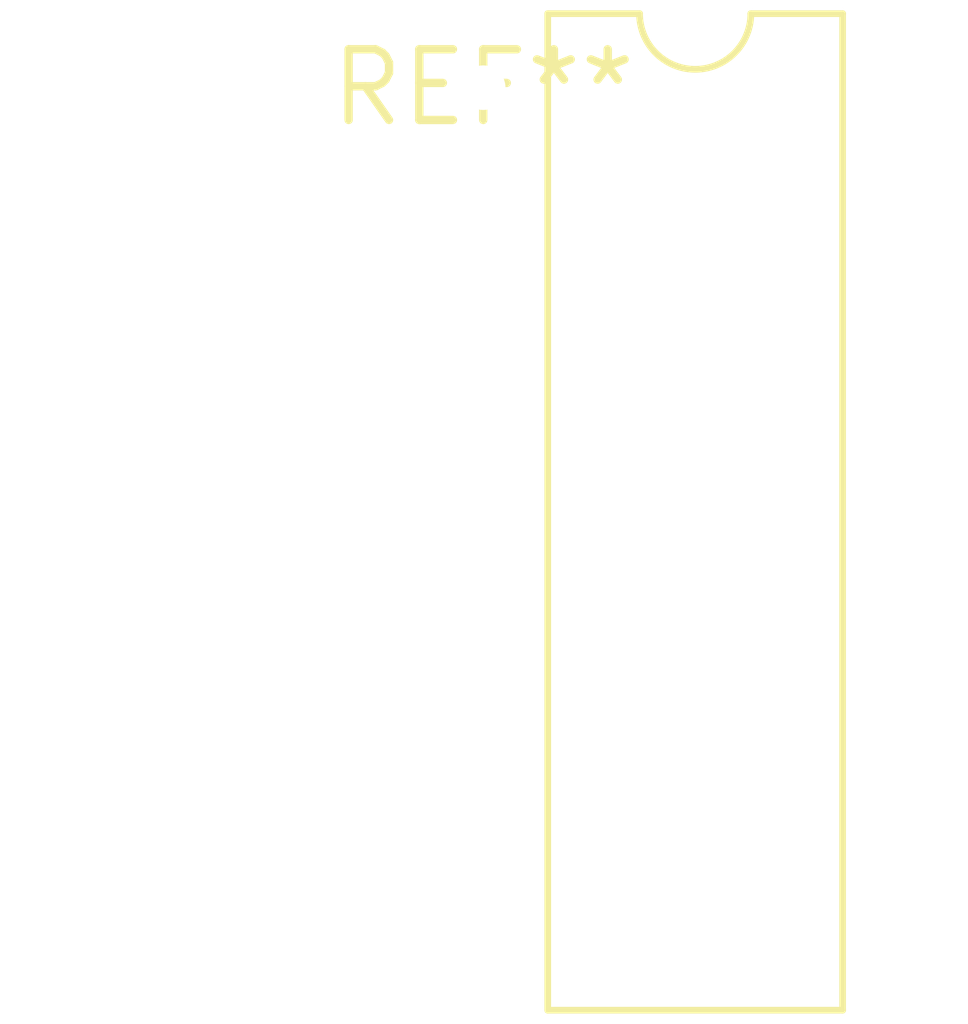
<source format=kicad_pcb>
(kicad_pcb (version 20240108) (generator pcbnew)
  (layers (0 "F.Cu" signal) (31 "B.Cu" signal) (34 "B.Paste" user) (35 "F.Paste" user) (36 "B.SilkS" user "B.Silkscreen") (37 "F.SilkS" user "F.Silkscreen") (38 "B.Mask" user) (39 "F.Mask" user) (44 "Edge.Cuts" user))
  (net 0 "")
  (footprint "DIP-14_W7.62mm" (layer "F.Cu") (at 0 0)
    (property "Reference" "REF**")
    (property "Value" "DIP-14_W7.62mm")
    (fp_line (start 1.16 -1.33) (end 1.16 16.57) (layer "F.SilkS") (stroke (width 0.12)))
    (fp_line (start 1.16 16.57) (end 6.46 16.57) (layer "F.SilkS") (stroke (width 0.12)))
    (fp_line (start 2.81 -1.33) (end 1.16 -1.33) (layer "F.SilkS") (stroke (width 0.12)))
    (fp_line (start 6.46 -1.33) (end 4.81 -1.33) (layer "F.SilkS") (stroke (width 0.12)))
    (fp_line (start 6.46 16.57) (end 6.46 -1.33) (layer "F.SilkS") (stroke (width 0.12)))
    (fp_arc (start 4.81 -1.33) (mid 3.81 -0.33) (end 2.81 -1.33) (layer "F.SilkS") (stroke (width 0.12)))
    (pad "1" thru_hole rect (at 0 0) (size 1.6 1.6) (drill 0.8) (layers *.Cu *.Mask) (remove_unused_layers))
    (pad "2" thru_hole oval (at 0 2.54) (size 1.6 1.6) (drill 0.8) (layers *.Cu *.Mask) (remove_unused_layers))
    (pad "3" thru_hole oval (at 0 5.08) (size 1.6 1.6) (drill 0.8) (layers *.Cu *.Mask) (remove_unused_layers))
    (pad "4" thru_hole oval (at 0 7.62) (size 1.6 1.6) (drill 0.8) (layers *.Cu *.Mask) (remove_unused_layers))
    (pad "5" thru_hole oval (at 0 10.16) (size 1.6 1.6) (drill 0.8) (layers *.Cu *.Mask) (remove_unused_layers))
    (pad "6" thru_hole oval (at 0 12.7) (size 1.6 1.6) (drill 0.8) (layers *.Cu *.Mask) (remove_unused_layers))
    (pad "7" thru_hole oval (at 0 15.24) (size 1.6 1.6) (drill 0.8) (layers *.Cu *.Mask) (remove_unused_layers))
    (pad "8" thru_hole oval (at 7.62 15.24) (size 1.6 1.6) (drill 0.8) (layers *.Cu *.Mask) (remove_unused_layers))
    (pad "9" thru_hole oval (at 7.62 12.7) (size 1.6 1.6) (drill 0.8) (layers *.Cu *.Mask) (remove_unused_layers))
    (pad "10" thru_hole oval (at 7.62 10.16) (size 1.6 1.6) (drill 0.8) (layers *.Cu *.Mask) (remove_unused_layers))
    (pad "11" thru_hole oval (at 7.62 7.62) (size 1.6 1.6) (drill 0.8) (layers *.Cu *.Mask) (remove_unused_layers))
    (pad "12" thru_hole oval (at 7.62 5.08) (size 1.6 1.6) (drill 0.8) (layers *.Cu *.Mask) (remove_unused_layers))
    (pad "13" thru_hole oval (at 7.62 2.54) (size 1.6 1.6) (drill 0.8) (layers *.Cu *.Mask) (remove_unused_layers))
    (pad "14" thru_hole oval (at 7.62 0) (size 1.6 1.6) (drill 0.8) (layers *.Cu *.Mask) (remove_unused_layers))
  )
)
</source>
